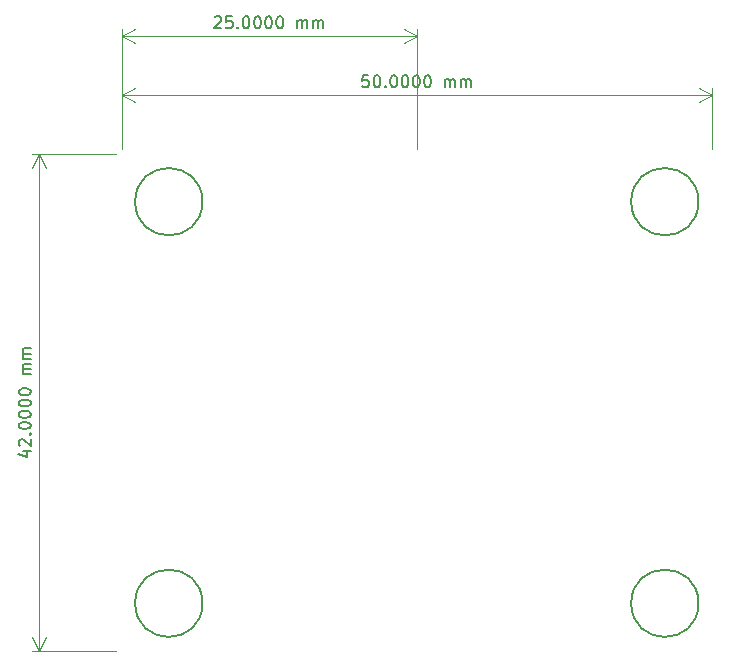
<source format=gbr>
%TF.GenerationSoftware,KiCad,Pcbnew,8.0.2*%
%TF.CreationDate,2025-01-07T09:10:32-03:00*%
%TF.ProjectId,LumiCom_Transmitter,4c756d69-436f-46d5-9f54-72616e736d69,rev?*%
%TF.SameCoordinates,Original*%
%TF.FileFunction,Other,Comment*%
%FSLAX46Y46*%
G04 Gerber Fmt 4.6, Leading zero omitted, Abs format (unit mm)*
G04 Created by KiCad (PCBNEW 8.0.2) date 2025-01-07 09:10:32*
%MOMM*%
%LPD*%
G01*
G04 APERTURE LIST*
%ADD10C,0.150000*%
%ADD11C,0.100000*%
G04 APERTURE END LIST*
D10*
X-8361848Y16857144D02*
X-7695181Y16857144D01*
X-8742800Y16619049D02*
X-8028515Y16380954D01*
X-8028515Y16380954D02*
X-8028515Y17000001D01*
X-8599943Y17333335D02*
X-8647562Y17380954D01*
X-8647562Y17380954D02*
X-8695181Y17476192D01*
X-8695181Y17476192D02*
X-8695181Y17714287D01*
X-8695181Y17714287D02*
X-8647562Y17809525D01*
X-8647562Y17809525D02*
X-8599943Y17857144D01*
X-8599943Y17857144D02*
X-8504705Y17904763D01*
X-8504705Y17904763D02*
X-8409467Y17904763D01*
X-8409467Y17904763D02*
X-8266610Y17857144D01*
X-8266610Y17857144D02*
X-7695181Y17285716D01*
X-7695181Y17285716D02*
X-7695181Y17904763D01*
X-7790420Y18333335D02*
X-7742800Y18380954D01*
X-7742800Y18380954D02*
X-7695181Y18333335D01*
X-7695181Y18333335D02*
X-7742800Y18285716D01*
X-7742800Y18285716D02*
X-7790420Y18333335D01*
X-7790420Y18333335D02*
X-7695181Y18333335D01*
X-8695181Y19000001D02*
X-8695181Y19095239D01*
X-8695181Y19095239D02*
X-8647562Y19190477D01*
X-8647562Y19190477D02*
X-8599943Y19238096D01*
X-8599943Y19238096D02*
X-8504705Y19285715D01*
X-8504705Y19285715D02*
X-8314229Y19333334D01*
X-8314229Y19333334D02*
X-8076134Y19333334D01*
X-8076134Y19333334D02*
X-7885658Y19285715D01*
X-7885658Y19285715D02*
X-7790420Y19238096D01*
X-7790420Y19238096D02*
X-7742800Y19190477D01*
X-7742800Y19190477D02*
X-7695181Y19095239D01*
X-7695181Y19095239D02*
X-7695181Y19000001D01*
X-7695181Y19000001D02*
X-7742800Y18904763D01*
X-7742800Y18904763D02*
X-7790420Y18857144D01*
X-7790420Y18857144D02*
X-7885658Y18809525D01*
X-7885658Y18809525D02*
X-8076134Y18761906D01*
X-8076134Y18761906D02*
X-8314229Y18761906D01*
X-8314229Y18761906D02*
X-8504705Y18809525D01*
X-8504705Y18809525D02*
X-8599943Y18857144D01*
X-8599943Y18857144D02*
X-8647562Y18904763D01*
X-8647562Y18904763D02*
X-8695181Y19000001D01*
X-8695181Y19952382D02*
X-8695181Y20047620D01*
X-8695181Y20047620D02*
X-8647562Y20142858D01*
X-8647562Y20142858D02*
X-8599943Y20190477D01*
X-8599943Y20190477D02*
X-8504705Y20238096D01*
X-8504705Y20238096D02*
X-8314229Y20285715D01*
X-8314229Y20285715D02*
X-8076134Y20285715D01*
X-8076134Y20285715D02*
X-7885658Y20238096D01*
X-7885658Y20238096D02*
X-7790420Y20190477D01*
X-7790420Y20190477D02*
X-7742800Y20142858D01*
X-7742800Y20142858D02*
X-7695181Y20047620D01*
X-7695181Y20047620D02*
X-7695181Y19952382D01*
X-7695181Y19952382D02*
X-7742800Y19857144D01*
X-7742800Y19857144D02*
X-7790420Y19809525D01*
X-7790420Y19809525D02*
X-7885658Y19761906D01*
X-7885658Y19761906D02*
X-8076134Y19714287D01*
X-8076134Y19714287D02*
X-8314229Y19714287D01*
X-8314229Y19714287D02*
X-8504705Y19761906D01*
X-8504705Y19761906D02*
X-8599943Y19809525D01*
X-8599943Y19809525D02*
X-8647562Y19857144D01*
X-8647562Y19857144D02*
X-8695181Y19952382D01*
X-8695181Y20904763D02*
X-8695181Y21000001D01*
X-8695181Y21000001D02*
X-8647562Y21095239D01*
X-8647562Y21095239D02*
X-8599943Y21142858D01*
X-8599943Y21142858D02*
X-8504705Y21190477D01*
X-8504705Y21190477D02*
X-8314229Y21238096D01*
X-8314229Y21238096D02*
X-8076134Y21238096D01*
X-8076134Y21238096D02*
X-7885658Y21190477D01*
X-7885658Y21190477D02*
X-7790420Y21142858D01*
X-7790420Y21142858D02*
X-7742800Y21095239D01*
X-7742800Y21095239D02*
X-7695181Y21000001D01*
X-7695181Y21000001D02*
X-7695181Y20904763D01*
X-7695181Y20904763D02*
X-7742800Y20809525D01*
X-7742800Y20809525D02*
X-7790420Y20761906D01*
X-7790420Y20761906D02*
X-7885658Y20714287D01*
X-7885658Y20714287D02*
X-8076134Y20666668D01*
X-8076134Y20666668D02*
X-8314229Y20666668D01*
X-8314229Y20666668D02*
X-8504705Y20714287D01*
X-8504705Y20714287D02*
X-8599943Y20761906D01*
X-8599943Y20761906D02*
X-8647562Y20809525D01*
X-8647562Y20809525D02*
X-8695181Y20904763D01*
X-8695181Y21857144D02*
X-8695181Y21952382D01*
X-8695181Y21952382D02*
X-8647562Y22047620D01*
X-8647562Y22047620D02*
X-8599943Y22095239D01*
X-8599943Y22095239D02*
X-8504705Y22142858D01*
X-8504705Y22142858D02*
X-8314229Y22190477D01*
X-8314229Y22190477D02*
X-8076134Y22190477D01*
X-8076134Y22190477D02*
X-7885658Y22142858D01*
X-7885658Y22142858D02*
X-7790420Y22095239D01*
X-7790420Y22095239D02*
X-7742800Y22047620D01*
X-7742800Y22047620D02*
X-7695181Y21952382D01*
X-7695181Y21952382D02*
X-7695181Y21857144D01*
X-7695181Y21857144D02*
X-7742800Y21761906D01*
X-7742800Y21761906D02*
X-7790420Y21714287D01*
X-7790420Y21714287D02*
X-7885658Y21666668D01*
X-7885658Y21666668D02*
X-8076134Y21619049D01*
X-8076134Y21619049D02*
X-8314229Y21619049D01*
X-8314229Y21619049D02*
X-8504705Y21666668D01*
X-8504705Y21666668D02*
X-8599943Y21714287D01*
X-8599943Y21714287D02*
X-8647562Y21761906D01*
X-8647562Y21761906D02*
X-8695181Y21857144D01*
X-7695181Y23380954D02*
X-8361848Y23380954D01*
X-8266610Y23380954D02*
X-8314229Y23428573D01*
X-8314229Y23428573D02*
X-8361848Y23523811D01*
X-8361848Y23523811D02*
X-8361848Y23666668D01*
X-8361848Y23666668D02*
X-8314229Y23761906D01*
X-8314229Y23761906D02*
X-8218991Y23809525D01*
X-8218991Y23809525D02*
X-7695181Y23809525D01*
X-8218991Y23809525D02*
X-8314229Y23857144D01*
X-8314229Y23857144D02*
X-8361848Y23952382D01*
X-8361848Y23952382D02*
X-8361848Y24095239D01*
X-8361848Y24095239D02*
X-8314229Y24190478D01*
X-8314229Y24190478D02*
X-8218991Y24238097D01*
X-8218991Y24238097D02*
X-7695181Y24238097D01*
X-7695181Y24714287D02*
X-8361848Y24714287D01*
X-8266610Y24714287D02*
X-8314229Y24761906D01*
X-8314229Y24761906D02*
X-8361848Y24857144D01*
X-8361848Y24857144D02*
X-8361848Y25000001D01*
X-8361848Y25000001D02*
X-8314229Y25095239D01*
X-8314229Y25095239D02*
X-8218991Y25142858D01*
X-8218991Y25142858D02*
X-7695181Y25142858D01*
X-8218991Y25142858D02*
X-8314229Y25190477D01*
X-8314229Y25190477D02*
X-8361848Y25285715D01*
X-8361848Y25285715D02*
X-8361848Y25428572D01*
X-8361848Y25428572D02*
X-8314229Y25523811D01*
X-8314229Y25523811D02*
X-8218991Y25571430D01*
X-8218991Y25571430D02*
X-7695181Y25571430D01*
D11*
X-500000Y42000000D02*
X-7586420Y42000000D01*
X-500000Y0D02*
X-7586420Y0D01*
X-7000000Y42000000D02*
X-7000000Y0D01*
X-7000000Y42000000D02*
X-7000000Y0D01*
X-7000000Y42000000D02*
X-6413579Y40873496D01*
X-7000000Y42000000D02*
X-7586421Y40873496D01*
X-7000000Y0D02*
X-7586421Y1126504D01*
X-7000000Y0D02*
X-6413579Y1126504D01*
D10*
X20904762Y48695181D02*
X20428572Y48695181D01*
X20428572Y48695181D02*
X20380953Y48218991D01*
X20380953Y48218991D02*
X20428572Y48266610D01*
X20428572Y48266610D02*
X20523810Y48314229D01*
X20523810Y48314229D02*
X20761905Y48314229D01*
X20761905Y48314229D02*
X20857143Y48266610D01*
X20857143Y48266610D02*
X20904762Y48218991D01*
X20904762Y48218991D02*
X20952381Y48123753D01*
X20952381Y48123753D02*
X20952381Y47885658D01*
X20952381Y47885658D02*
X20904762Y47790420D01*
X20904762Y47790420D02*
X20857143Y47742800D01*
X20857143Y47742800D02*
X20761905Y47695181D01*
X20761905Y47695181D02*
X20523810Y47695181D01*
X20523810Y47695181D02*
X20428572Y47742800D01*
X20428572Y47742800D02*
X20380953Y47790420D01*
X21571429Y48695181D02*
X21666667Y48695181D01*
X21666667Y48695181D02*
X21761905Y48647562D01*
X21761905Y48647562D02*
X21809524Y48599943D01*
X21809524Y48599943D02*
X21857143Y48504705D01*
X21857143Y48504705D02*
X21904762Y48314229D01*
X21904762Y48314229D02*
X21904762Y48076134D01*
X21904762Y48076134D02*
X21857143Y47885658D01*
X21857143Y47885658D02*
X21809524Y47790420D01*
X21809524Y47790420D02*
X21761905Y47742800D01*
X21761905Y47742800D02*
X21666667Y47695181D01*
X21666667Y47695181D02*
X21571429Y47695181D01*
X21571429Y47695181D02*
X21476191Y47742800D01*
X21476191Y47742800D02*
X21428572Y47790420D01*
X21428572Y47790420D02*
X21380953Y47885658D01*
X21380953Y47885658D02*
X21333334Y48076134D01*
X21333334Y48076134D02*
X21333334Y48314229D01*
X21333334Y48314229D02*
X21380953Y48504705D01*
X21380953Y48504705D02*
X21428572Y48599943D01*
X21428572Y48599943D02*
X21476191Y48647562D01*
X21476191Y48647562D02*
X21571429Y48695181D01*
X22333334Y47790420D02*
X22380953Y47742800D01*
X22380953Y47742800D02*
X22333334Y47695181D01*
X22333334Y47695181D02*
X22285715Y47742800D01*
X22285715Y47742800D02*
X22333334Y47790420D01*
X22333334Y47790420D02*
X22333334Y47695181D01*
X23000000Y48695181D02*
X23095238Y48695181D01*
X23095238Y48695181D02*
X23190476Y48647562D01*
X23190476Y48647562D02*
X23238095Y48599943D01*
X23238095Y48599943D02*
X23285714Y48504705D01*
X23285714Y48504705D02*
X23333333Y48314229D01*
X23333333Y48314229D02*
X23333333Y48076134D01*
X23333333Y48076134D02*
X23285714Y47885658D01*
X23285714Y47885658D02*
X23238095Y47790420D01*
X23238095Y47790420D02*
X23190476Y47742800D01*
X23190476Y47742800D02*
X23095238Y47695181D01*
X23095238Y47695181D02*
X23000000Y47695181D01*
X23000000Y47695181D02*
X22904762Y47742800D01*
X22904762Y47742800D02*
X22857143Y47790420D01*
X22857143Y47790420D02*
X22809524Y47885658D01*
X22809524Y47885658D02*
X22761905Y48076134D01*
X22761905Y48076134D02*
X22761905Y48314229D01*
X22761905Y48314229D02*
X22809524Y48504705D01*
X22809524Y48504705D02*
X22857143Y48599943D01*
X22857143Y48599943D02*
X22904762Y48647562D01*
X22904762Y48647562D02*
X23000000Y48695181D01*
X23952381Y48695181D02*
X24047619Y48695181D01*
X24047619Y48695181D02*
X24142857Y48647562D01*
X24142857Y48647562D02*
X24190476Y48599943D01*
X24190476Y48599943D02*
X24238095Y48504705D01*
X24238095Y48504705D02*
X24285714Y48314229D01*
X24285714Y48314229D02*
X24285714Y48076134D01*
X24285714Y48076134D02*
X24238095Y47885658D01*
X24238095Y47885658D02*
X24190476Y47790420D01*
X24190476Y47790420D02*
X24142857Y47742800D01*
X24142857Y47742800D02*
X24047619Y47695181D01*
X24047619Y47695181D02*
X23952381Y47695181D01*
X23952381Y47695181D02*
X23857143Y47742800D01*
X23857143Y47742800D02*
X23809524Y47790420D01*
X23809524Y47790420D02*
X23761905Y47885658D01*
X23761905Y47885658D02*
X23714286Y48076134D01*
X23714286Y48076134D02*
X23714286Y48314229D01*
X23714286Y48314229D02*
X23761905Y48504705D01*
X23761905Y48504705D02*
X23809524Y48599943D01*
X23809524Y48599943D02*
X23857143Y48647562D01*
X23857143Y48647562D02*
X23952381Y48695181D01*
X24904762Y48695181D02*
X25000000Y48695181D01*
X25000000Y48695181D02*
X25095238Y48647562D01*
X25095238Y48647562D02*
X25142857Y48599943D01*
X25142857Y48599943D02*
X25190476Y48504705D01*
X25190476Y48504705D02*
X25238095Y48314229D01*
X25238095Y48314229D02*
X25238095Y48076134D01*
X25238095Y48076134D02*
X25190476Y47885658D01*
X25190476Y47885658D02*
X25142857Y47790420D01*
X25142857Y47790420D02*
X25095238Y47742800D01*
X25095238Y47742800D02*
X25000000Y47695181D01*
X25000000Y47695181D02*
X24904762Y47695181D01*
X24904762Y47695181D02*
X24809524Y47742800D01*
X24809524Y47742800D02*
X24761905Y47790420D01*
X24761905Y47790420D02*
X24714286Y47885658D01*
X24714286Y47885658D02*
X24666667Y48076134D01*
X24666667Y48076134D02*
X24666667Y48314229D01*
X24666667Y48314229D02*
X24714286Y48504705D01*
X24714286Y48504705D02*
X24761905Y48599943D01*
X24761905Y48599943D02*
X24809524Y48647562D01*
X24809524Y48647562D02*
X24904762Y48695181D01*
X25857143Y48695181D02*
X25952381Y48695181D01*
X25952381Y48695181D02*
X26047619Y48647562D01*
X26047619Y48647562D02*
X26095238Y48599943D01*
X26095238Y48599943D02*
X26142857Y48504705D01*
X26142857Y48504705D02*
X26190476Y48314229D01*
X26190476Y48314229D02*
X26190476Y48076134D01*
X26190476Y48076134D02*
X26142857Y47885658D01*
X26142857Y47885658D02*
X26095238Y47790420D01*
X26095238Y47790420D02*
X26047619Y47742800D01*
X26047619Y47742800D02*
X25952381Y47695181D01*
X25952381Y47695181D02*
X25857143Y47695181D01*
X25857143Y47695181D02*
X25761905Y47742800D01*
X25761905Y47742800D02*
X25714286Y47790420D01*
X25714286Y47790420D02*
X25666667Y47885658D01*
X25666667Y47885658D02*
X25619048Y48076134D01*
X25619048Y48076134D02*
X25619048Y48314229D01*
X25619048Y48314229D02*
X25666667Y48504705D01*
X25666667Y48504705D02*
X25714286Y48599943D01*
X25714286Y48599943D02*
X25761905Y48647562D01*
X25761905Y48647562D02*
X25857143Y48695181D01*
X27380953Y47695181D02*
X27380953Y48361848D01*
X27380953Y48266610D02*
X27428572Y48314229D01*
X27428572Y48314229D02*
X27523810Y48361848D01*
X27523810Y48361848D02*
X27666667Y48361848D01*
X27666667Y48361848D02*
X27761905Y48314229D01*
X27761905Y48314229D02*
X27809524Y48218991D01*
X27809524Y48218991D02*
X27809524Y47695181D01*
X27809524Y48218991D02*
X27857143Y48314229D01*
X27857143Y48314229D02*
X27952381Y48361848D01*
X27952381Y48361848D02*
X28095238Y48361848D01*
X28095238Y48361848D02*
X28190477Y48314229D01*
X28190477Y48314229D02*
X28238096Y48218991D01*
X28238096Y48218991D02*
X28238096Y47695181D01*
X28714286Y47695181D02*
X28714286Y48361848D01*
X28714286Y48266610D02*
X28761905Y48314229D01*
X28761905Y48314229D02*
X28857143Y48361848D01*
X28857143Y48361848D02*
X29000000Y48361848D01*
X29000000Y48361848D02*
X29095238Y48314229D01*
X29095238Y48314229D02*
X29142857Y48218991D01*
X29142857Y48218991D02*
X29142857Y47695181D01*
X29142857Y48218991D02*
X29190476Y48314229D01*
X29190476Y48314229D02*
X29285714Y48361848D01*
X29285714Y48361848D02*
X29428571Y48361848D01*
X29428571Y48361848D02*
X29523810Y48314229D01*
X29523810Y48314229D02*
X29571429Y48218991D01*
X29571429Y48218991D02*
X29571429Y47695181D01*
D11*
X0Y42500000D02*
X0Y47586420D01*
X50000000Y42500000D02*
X50000000Y47586420D01*
X0Y47000000D02*
X50000000Y47000000D01*
X0Y47000000D02*
X50000000Y47000000D01*
X0Y47000000D02*
X1126504Y47586421D01*
X0Y47000000D02*
X1126504Y46413579D01*
X50000000Y47000000D02*
X48873496Y46413579D01*
X50000000Y47000000D02*
X48873496Y47586421D01*
D10*
X7880953Y53599943D02*
X7928572Y53647562D01*
X7928572Y53647562D02*
X8023810Y53695181D01*
X8023810Y53695181D02*
X8261905Y53695181D01*
X8261905Y53695181D02*
X8357143Y53647562D01*
X8357143Y53647562D02*
X8404762Y53599943D01*
X8404762Y53599943D02*
X8452381Y53504705D01*
X8452381Y53504705D02*
X8452381Y53409467D01*
X8452381Y53409467D02*
X8404762Y53266610D01*
X8404762Y53266610D02*
X7833334Y52695181D01*
X7833334Y52695181D02*
X8452381Y52695181D01*
X9357143Y53695181D02*
X8880953Y53695181D01*
X8880953Y53695181D02*
X8833334Y53218991D01*
X8833334Y53218991D02*
X8880953Y53266610D01*
X8880953Y53266610D02*
X8976191Y53314229D01*
X8976191Y53314229D02*
X9214286Y53314229D01*
X9214286Y53314229D02*
X9309524Y53266610D01*
X9309524Y53266610D02*
X9357143Y53218991D01*
X9357143Y53218991D02*
X9404762Y53123753D01*
X9404762Y53123753D02*
X9404762Y52885658D01*
X9404762Y52885658D02*
X9357143Y52790420D01*
X9357143Y52790420D02*
X9309524Y52742800D01*
X9309524Y52742800D02*
X9214286Y52695181D01*
X9214286Y52695181D02*
X8976191Y52695181D01*
X8976191Y52695181D02*
X8880953Y52742800D01*
X8880953Y52742800D02*
X8833334Y52790420D01*
X9833334Y52790420D02*
X9880953Y52742800D01*
X9880953Y52742800D02*
X9833334Y52695181D01*
X9833334Y52695181D02*
X9785715Y52742800D01*
X9785715Y52742800D02*
X9833334Y52790420D01*
X9833334Y52790420D02*
X9833334Y52695181D01*
X10500000Y53695181D02*
X10595238Y53695181D01*
X10595238Y53695181D02*
X10690476Y53647562D01*
X10690476Y53647562D02*
X10738095Y53599943D01*
X10738095Y53599943D02*
X10785714Y53504705D01*
X10785714Y53504705D02*
X10833333Y53314229D01*
X10833333Y53314229D02*
X10833333Y53076134D01*
X10833333Y53076134D02*
X10785714Y52885658D01*
X10785714Y52885658D02*
X10738095Y52790420D01*
X10738095Y52790420D02*
X10690476Y52742800D01*
X10690476Y52742800D02*
X10595238Y52695181D01*
X10595238Y52695181D02*
X10500000Y52695181D01*
X10500000Y52695181D02*
X10404762Y52742800D01*
X10404762Y52742800D02*
X10357143Y52790420D01*
X10357143Y52790420D02*
X10309524Y52885658D01*
X10309524Y52885658D02*
X10261905Y53076134D01*
X10261905Y53076134D02*
X10261905Y53314229D01*
X10261905Y53314229D02*
X10309524Y53504705D01*
X10309524Y53504705D02*
X10357143Y53599943D01*
X10357143Y53599943D02*
X10404762Y53647562D01*
X10404762Y53647562D02*
X10500000Y53695181D01*
X11452381Y53695181D02*
X11547619Y53695181D01*
X11547619Y53695181D02*
X11642857Y53647562D01*
X11642857Y53647562D02*
X11690476Y53599943D01*
X11690476Y53599943D02*
X11738095Y53504705D01*
X11738095Y53504705D02*
X11785714Y53314229D01*
X11785714Y53314229D02*
X11785714Y53076134D01*
X11785714Y53076134D02*
X11738095Y52885658D01*
X11738095Y52885658D02*
X11690476Y52790420D01*
X11690476Y52790420D02*
X11642857Y52742800D01*
X11642857Y52742800D02*
X11547619Y52695181D01*
X11547619Y52695181D02*
X11452381Y52695181D01*
X11452381Y52695181D02*
X11357143Y52742800D01*
X11357143Y52742800D02*
X11309524Y52790420D01*
X11309524Y52790420D02*
X11261905Y52885658D01*
X11261905Y52885658D02*
X11214286Y53076134D01*
X11214286Y53076134D02*
X11214286Y53314229D01*
X11214286Y53314229D02*
X11261905Y53504705D01*
X11261905Y53504705D02*
X11309524Y53599943D01*
X11309524Y53599943D02*
X11357143Y53647562D01*
X11357143Y53647562D02*
X11452381Y53695181D01*
X12404762Y53695181D02*
X12500000Y53695181D01*
X12500000Y53695181D02*
X12595238Y53647562D01*
X12595238Y53647562D02*
X12642857Y53599943D01*
X12642857Y53599943D02*
X12690476Y53504705D01*
X12690476Y53504705D02*
X12738095Y53314229D01*
X12738095Y53314229D02*
X12738095Y53076134D01*
X12738095Y53076134D02*
X12690476Y52885658D01*
X12690476Y52885658D02*
X12642857Y52790420D01*
X12642857Y52790420D02*
X12595238Y52742800D01*
X12595238Y52742800D02*
X12500000Y52695181D01*
X12500000Y52695181D02*
X12404762Y52695181D01*
X12404762Y52695181D02*
X12309524Y52742800D01*
X12309524Y52742800D02*
X12261905Y52790420D01*
X12261905Y52790420D02*
X12214286Y52885658D01*
X12214286Y52885658D02*
X12166667Y53076134D01*
X12166667Y53076134D02*
X12166667Y53314229D01*
X12166667Y53314229D02*
X12214286Y53504705D01*
X12214286Y53504705D02*
X12261905Y53599943D01*
X12261905Y53599943D02*
X12309524Y53647562D01*
X12309524Y53647562D02*
X12404762Y53695181D01*
X13357143Y53695181D02*
X13452381Y53695181D01*
X13452381Y53695181D02*
X13547619Y53647562D01*
X13547619Y53647562D02*
X13595238Y53599943D01*
X13595238Y53599943D02*
X13642857Y53504705D01*
X13642857Y53504705D02*
X13690476Y53314229D01*
X13690476Y53314229D02*
X13690476Y53076134D01*
X13690476Y53076134D02*
X13642857Y52885658D01*
X13642857Y52885658D02*
X13595238Y52790420D01*
X13595238Y52790420D02*
X13547619Y52742800D01*
X13547619Y52742800D02*
X13452381Y52695181D01*
X13452381Y52695181D02*
X13357143Y52695181D01*
X13357143Y52695181D02*
X13261905Y52742800D01*
X13261905Y52742800D02*
X13214286Y52790420D01*
X13214286Y52790420D02*
X13166667Y52885658D01*
X13166667Y52885658D02*
X13119048Y53076134D01*
X13119048Y53076134D02*
X13119048Y53314229D01*
X13119048Y53314229D02*
X13166667Y53504705D01*
X13166667Y53504705D02*
X13214286Y53599943D01*
X13214286Y53599943D02*
X13261905Y53647562D01*
X13261905Y53647562D02*
X13357143Y53695181D01*
X14880953Y52695181D02*
X14880953Y53361848D01*
X14880953Y53266610D02*
X14928572Y53314229D01*
X14928572Y53314229D02*
X15023810Y53361848D01*
X15023810Y53361848D02*
X15166667Y53361848D01*
X15166667Y53361848D02*
X15261905Y53314229D01*
X15261905Y53314229D02*
X15309524Y53218991D01*
X15309524Y53218991D02*
X15309524Y52695181D01*
X15309524Y53218991D02*
X15357143Y53314229D01*
X15357143Y53314229D02*
X15452381Y53361848D01*
X15452381Y53361848D02*
X15595238Y53361848D01*
X15595238Y53361848D02*
X15690477Y53314229D01*
X15690477Y53314229D02*
X15738096Y53218991D01*
X15738096Y53218991D02*
X15738096Y52695181D01*
X16214286Y52695181D02*
X16214286Y53361848D01*
X16214286Y53266610D02*
X16261905Y53314229D01*
X16261905Y53314229D02*
X16357143Y53361848D01*
X16357143Y53361848D02*
X16500000Y53361848D01*
X16500000Y53361848D02*
X16595238Y53314229D01*
X16595238Y53314229D02*
X16642857Y53218991D01*
X16642857Y53218991D02*
X16642857Y52695181D01*
X16642857Y53218991D02*
X16690476Y53314229D01*
X16690476Y53314229D02*
X16785714Y53361848D01*
X16785714Y53361848D02*
X16928571Y53361848D01*
X16928571Y53361848D02*
X17023810Y53314229D01*
X17023810Y53314229D02*
X17071429Y53218991D01*
X17071429Y53218991D02*
X17071429Y52695181D01*
D11*
X0Y42500000D02*
X0Y52586420D01*
X25000000Y42500000D02*
X25000000Y52586420D01*
X0Y52000000D02*
X25000000Y52000000D01*
X0Y52000000D02*
X25000000Y52000000D01*
X0Y52000000D02*
X1126504Y52586421D01*
X0Y52000000D02*
X1126504Y51413579D01*
X25000000Y52000000D02*
X23873496Y51413579D01*
X25000000Y52000000D02*
X23873496Y52586421D01*
D10*
%TO.C,H2*%
X48850000Y4000000D02*
G75*
G02*
X43150000Y4000000I-2850000J0D01*
G01*
X43150000Y4000000D02*
G75*
G02*
X48850000Y4000000I2850000J0D01*
G01*
%TO.C,H1*%
X6850000Y38000000D02*
G75*
G02*
X1150000Y38000000I-2850000J0D01*
G01*
X1150000Y38000000D02*
G75*
G02*
X6850000Y38000000I2850000J0D01*
G01*
%TO.C,H4*%
X6850000Y4000000D02*
G75*
G02*
X1150000Y4000000I-2850000J0D01*
G01*
X1150000Y4000000D02*
G75*
G02*
X6850000Y4000000I2850000J0D01*
G01*
%TO.C,H3*%
X48850000Y38000000D02*
G75*
G02*
X43150000Y38000000I-2850000J0D01*
G01*
X43150000Y38000000D02*
G75*
G02*
X48850000Y38000000I2850000J0D01*
G01*
%TD*%
M02*

</source>
